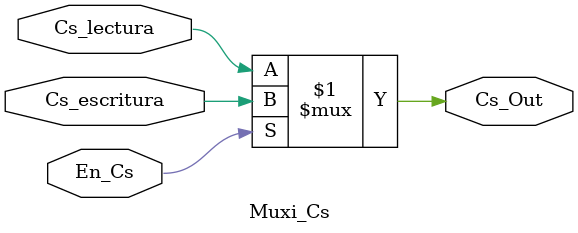
<source format=v>
`timescale 1ns / 1ps


module Muxi_Cs(
    Cs_escritura,
    Cs_lectura,
    En_Cs,
    Cs_Out
    
    );
 parameter largo =8;
 input Cs_lectura;
 input Cs_escritura;
 output Cs_Out;
 input En_Cs;
 
assign Cs_Out = En_Cs ? Cs_escritura: Cs_lectura;
                        
endmodule

</source>
